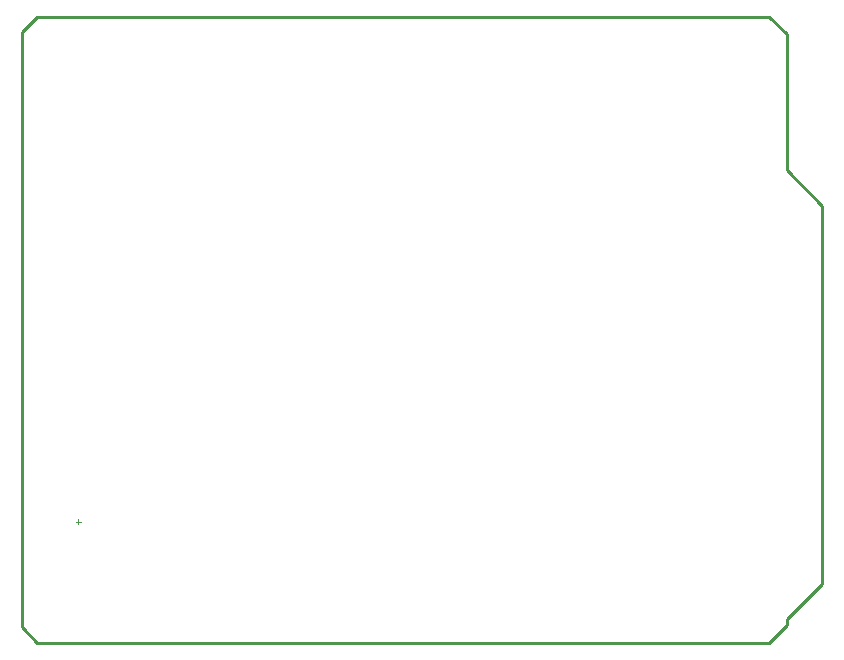
<source format=gm1>
G04*
G04 #@! TF.GenerationSoftware,Altium Limited,Altium Designer,18.0.7 (293)*
G04*
G04 Layer_Color=16711935*
%FSLAX25Y25*%
%MOIN*%
G70*
G01*
G75*
%ADD11C,0.01000*%
%ADD52C,0.00394*%
D11*
X2756Y203543D02*
X7874Y208661D01*
X251969Y208661D01*
X2756Y171260D02*
X2953D01*
X2756Y203543D02*
X2756Y5118D01*
X269685Y19685D02*
Y145669D01*
X257874Y5906D02*
Y7874D01*
X251969Y-0D02*
X257874Y5906D01*
X7874Y-0D02*
X251969D01*
X257874Y157480D02*
Y202756D01*
X251969Y208661D02*
X257874Y202756D01*
X3445Y4429D02*
X7874Y-0D01*
X2756Y5118D02*
X7874Y-0D01*
X257874Y157480D02*
X269685Y145669D01*
X257874Y7874D02*
X269685Y19685D01*
D52*
X21654Y39567D02*
Y41142D01*
X20866Y40354D02*
X22441D01*
M02*

</source>
